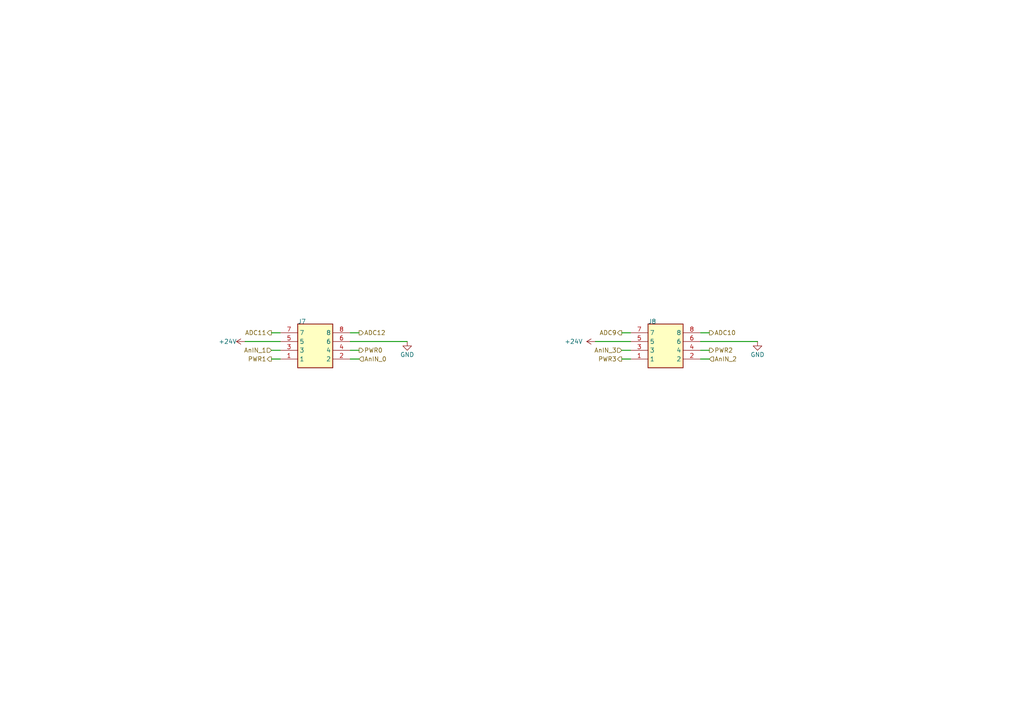
<source format=kicad_sch>
(kicad_sch
	(version 20231120)
	(generator "eeschema")
	(generator_version "8.0")
	(uuid "b5af7089-d9c4-4992-8c44-40b23dc81667")
	(paper "A4")
	(title_block
		(title "Additional Connections for Filters")
		(rev "1")
	)
	(lib_symbols
		(symbol "Untitled-altium-import:root_0_HLE-104-02-L-DV-BE-A-P-TR"
			(exclude_from_sim no)
			(in_bom yes)
			(on_board yes)
			(property "Reference" ""
				(at 0 0 0)
				(effects
					(font
						(size 1.27 1.27)
					)
				)
			)
			(property "Value" ""
				(at 0 0 0)
				(effects
					(font
						(size 1.27 1.27)
					)
				)
			)
			(property "Footprint" ""
				(at 0 0 0)
				(effects
					(font
						(size 1.27 1.27)
					)
					(hide yes)
				)
			)
			(property "Datasheet" ""
				(at 0 0 0)
				(effects
					(font
						(size 1.27 1.27)
					)
					(hide yes)
				)
			)
			(property "Description" "Connector"
				(at 0 0 0)
				(effects
					(font
						(size 1.27 1.27)
					)
					(hide yes)
				)
			)
			(property "ki_fp_filters" "C:_Users_Public_Documents_Altium_PCB_Project_SamacSys.PcbLib_HLE-104-02-XXX-DV-BE-A-P-TR"
				(at 0 0 0)
				(effects
					(font
						(size 1.27 1.27)
					)
					(hide yes)
				)
			)
			(symbol "root_0_HLE-104-02-L-DV-BE-A-P-TR_1_0"
				(rectangle
					(start 15.24 2.54)
					(end 5.08 -10.16)
					(stroke
						(width 0.254)
						(type solid)
					)
					(fill
						(type background)
					)
				)
				(pin passive line
					(at 0 -7.62 0)
					(length 5.08)
					(name "1"
						(effects
							(font
								(size 1.27 1.27)
							)
						)
					)
					(number "1"
						(effects
							(font
								(size 1.27 1.27)
							)
						)
					)
				)
				(pin passive line
					(at 20.32 -7.62 180)
					(length 5.08)
					(name "2"
						(effects
							(font
								(size 1.27 1.27)
							)
						)
					)
					(number "2"
						(effects
							(font
								(size 1.27 1.27)
							)
						)
					)
				)
				(pin passive line
					(at 0 -5.08 0)
					(length 5.08)
					(name "3"
						(effects
							(font
								(size 1.27 1.27)
							)
						)
					)
					(number "3"
						(effects
							(font
								(size 1.27 1.27)
							)
						)
					)
				)
				(pin passive line
					(at 20.32 -5.08 180)
					(length 5.08)
					(name "4"
						(effects
							(font
								(size 1.27 1.27)
							)
						)
					)
					(number "4"
						(effects
							(font
								(size 1.27 1.27)
							)
						)
					)
				)
				(pin passive line
					(at 0 -2.54 0)
					(length 5.08)
					(name "5"
						(effects
							(font
								(size 1.27 1.27)
							)
						)
					)
					(number "5"
						(effects
							(font
								(size 1.27 1.27)
							)
						)
					)
				)
				(pin passive line
					(at 20.32 -2.54 180)
					(length 5.08)
					(name "6"
						(effects
							(font
								(size 1.27 1.27)
							)
						)
					)
					(number "6"
						(effects
							(font
								(size 1.27 1.27)
							)
						)
					)
				)
				(pin passive line
					(at 0 0 0)
					(length 5.08)
					(name "7"
						(effects
							(font
								(size 1.27 1.27)
							)
						)
					)
					(number "7"
						(effects
							(font
								(size 1.27 1.27)
							)
						)
					)
				)
				(pin passive line
					(at 20.32 0 180)
					(length 5.08)
					(name "8"
						(effects
							(font
								(size 1.27 1.27)
							)
						)
					)
					(number "8"
						(effects
							(font
								(size 1.27 1.27)
							)
						)
					)
				)
			)
		)
		(symbol "power:+24V"
			(power)
			(pin_numbers hide)
			(pin_names
				(offset 0) hide)
			(exclude_from_sim no)
			(in_bom yes)
			(on_board yes)
			(property "Reference" "#PWR"
				(at 0 -3.81 0)
				(effects
					(font
						(size 1.27 1.27)
					)
					(hide yes)
				)
			)
			(property "Value" "+24V"
				(at 0 3.556 0)
				(effects
					(font
						(size 1.27 1.27)
					)
				)
			)
			(property "Footprint" ""
				(at 0 0 0)
				(effects
					(font
						(size 1.27 1.27)
					)
					(hide yes)
				)
			)
			(property "Datasheet" ""
				(at 0 0 0)
				(effects
					(font
						(size 1.27 1.27)
					)
					(hide yes)
				)
			)
			(property "Description" "Power symbol creates a global label with name \"+24V\""
				(at 0 0 0)
				(effects
					(font
						(size 1.27 1.27)
					)
					(hide yes)
				)
			)
			(property "ki_keywords" "global power"
				(at 0 0 0)
				(effects
					(font
						(size 1.27 1.27)
					)
					(hide yes)
				)
			)
			(symbol "+24V_0_1"
				(polyline
					(pts
						(xy -0.762 1.27) (xy 0 2.54)
					)
					(stroke
						(width 0)
						(type default)
					)
					(fill
						(type none)
					)
				)
				(polyline
					(pts
						(xy 0 0) (xy 0 2.54)
					)
					(stroke
						(width 0)
						(type default)
					)
					(fill
						(type none)
					)
				)
				(polyline
					(pts
						(xy 0 2.54) (xy 0.762 1.27)
					)
					(stroke
						(width 0)
						(type default)
					)
					(fill
						(type none)
					)
				)
			)
			(symbol "+24V_1_1"
				(pin power_in line
					(at 0 0 90)
					(length 0)
					(name "~"
						(effects
							(font
								(size 1.27 1.27)
							)
						)
					)
					(number "1"
						(effects
							(font
								(size 1.27 1.27)
							)
						)
					)
				)
			)
		)
		(symbol "power:GND"
			(power)
			(pin_numbers hide)
			(pin_names
				(offset 0) hide)
			(exclude_from_sim no)
			(in_bom yes)
			(on_board yes)
			(property "Reference" "#PWR"
				(at 0 -6.35 0)
				(effects
					(font
						(size 1.27 1.27)
					)
					(hide yes)
				)
			)
			(property "Value" "GND"
				(at 0 -3.81 0)
				(effects
					(font
						(size 1.27 1.27)
					)
				)
			)
			(property "Footprint" ""
				(at 0 0 0)
				(effects
					(font
						(size 1.27 1.27)
					)
					(hide yes)
				)
			)
			(property "Datasheet" ""
				(at 0 0 0)
				(effects
					(font
						(size 1.27 1.27)
					)
					(hide yes)
				)
			)
			(property "Description" "Power symbol creates a global label with name \"GND\" , ground"
				(at 0 0 0)
				(effects
					(font
						(size 1.27 1.27)
					)
					(hide yes)
				)
			)
			(property "ki_keywords" "global power"
				(at 0 0 0)
				(effects
					(font
						(size 1.27 1.27)
					)
					(hide yes)
				)
			)
			(symbol "GND_0_1"
				(polyline
					(pts
						(xy 0 0) (xy 0 -1.27) (xy 1.27 -1.27) (xy 0 -2.54) (xy -1.27 -1.27) (xy 0 -1.27)
					)
					(stroke
						(width 0)
						(type default)
					)
					(fill
						(type none)
					)
				)
			)
			(symbol "GND_1_1"
				(pin power_in line
					(at 0 0 270)
					(length 0)
					(name "~"
						(effects
							(font
								(size 1.27 1.27)
							)
						)
					)
					(number "1"
						(effects
							(font
								(size 1.27 1.27)
							)
						)
					)
				)
			)
		)
	)
	(wire
		(pts
			(xy 203.2 96.52) (xy 205.74 96.52)
		)
		(stroke
			(width 0.254)
			(type default)
		)
		(uuid "03ec969b-d975-4524-b9cb-e4575adb99a8")
	)
	(wire
		(pts
			(xy 205.74 101.6) (xy 203.2 101.6)
		)
		(stroke
			(width 0.254)
			(type default)
		)
		(uuid "0ae7932f-52b9-4931-9f89-5592a1efa4bf")
	)
	(wire
		(pts
			(xy 81.28 104.14) (xy 78.74 104.14)
		)
		(stroke
			(width 0.254)
			(type default)
		)
		(uuid "236cf9b1-f976-4ad3-9590-c7dd85c24964")
	)
	(wire
		(pts
			(xy 172.72 99.06) (xy 182.88 99.06)
		)
		(stroke
			(width 0.254)
			(type default)
		)
		(uuid "296c1d76-8cb7-4f46-8fa6-0f1d64c63af7")
	)
	(wire
		(pts
			(xy 81.28 96.52) (xy 78.74 96.52)
		)
		(stroke
			(width 0.254)
			(type default)
		)
		(uuid "32c0b3dc-57df-4720-83bd-78b153a5323e")
	)
	(wire
		(pts
			(xy 205.74 104.14) (xy 203.2 104.14)
		)
		(stroke
			(width 0.254)
			(type default)
		)
		(uuid "3c035370-6685-42ec-b391-4a2390436644")
	)
	(wire
		(pts
			(xy 78.74 101.6) (xy 81.28 101.6)
		)
		(stroke
			(width 0.254)
			(type default)
		)
		(uuid "4ff5cbbf-0171-4179-88eb-6b3b05bcab6b")
	)
	(wire
		(pts
			(xy 71.12 99.06) (xy 81.28 99.06)
		)
		(stroke
			(width 0.254)
			(type default)
		)
		(uuid "579a57e8-2674-4b10-9a90-894bf47bfbc8")
	)
	(wire
		(pts
			(xy 101.6 99.06) (xy 118.11 99.06)
		)
		(stroke
			(width 0.254)
			(type default)
		)
		(uuid "70743722-7a29-46ec-b761-8bad6897547e")
	)
	(wire
		(pts
			(xy 104.14 104.14) (xy 101.6 104.14)
		)
		(stroke
			(width 0.254)
			(type default)
		)
		(uuid "7e1f1a54-c931-47e5-b17e-f1b89c09d2d6")
	)
	(wire
		(pts
			(xy 182.88 104.14) (xy 180.34 104.14)
		)
		(stroke
			(width 0.254)
			(type default)
		)
		(uuid "89dbc64d-ffb6-4930-8d4e-dc8d74d14a23")
	)
	(wire
		(pts
			(xy 203.2 99.06) (xy 219.71 99.06)
		)
		(stroke
			(width 0.254)
			(type default)
		)
		(uuid "9e2906d6-6dea-4e98-abab-bb4fd7ab748d")
	)
	(wire
		(pts
			(xy 180.34 101.6) (xy 182.88 101.6)
		)
		(stroke
			(width 0.254)
			(type default)
		)
		(uuid "a8002041-c049-4fb3-a89d-4a4f00a71b68")
	)
	(wire
		(pts
			(xy 101.6 96.52) (xy 104.14 96.52)
		)
		(stroke
			(width 0.254)
			(type default)
		)
		(uuid "b2acb4c4-d998-4ac4-9176-75efdd7ed6b2")
	)
	(wire
		(pts
			(xy 104.14 101.6) (xy 101.6 101.6)
		)
		(stroke
			(width 0.254)
			(type default)
		)
		(uuid "c2ce7827-afd6-4480-a626-9d1483d3c6c9")
	)
	(wire
		(pts
			(xy 180.34 96.52) (xy 182.88 96.52)
		)
		(stroke
			(width 0.254)
			(type default)
		)
		(uuid "d76e3be1-779c-43d4-9414-134f24a275c9")
	)
	(hierarchical_label "PWR2"
		(shape output)
		(at 205.74 101.6 0)
		(fields_autoplaced yes)
		(effects
			(font
				(size 1.27 1.27)
			)
			(justify left)
		)
		(uuid "02c1ef99-eafc-41b7-9393-0584e17f1e4d")
	)
	(hierarchical_label "ADC10"
		(shape output)
		(at 205.74 96.52 0)
		(fields_autoplaced yes)
		(effects
			(font
				(size 1.27 1.27)
			)
			(justify left)
		)
		(uuid "03fc84f0-0588-4d81-85e0-484f468d341b")
	)
	(hierarchical_label "PWR0"
		(shape output)
		(at 104.14 101.6 0)
		(fields_autoplaced yes)
		(effects
			(font
				(size 1.27 1.27)
			)
			(justify left)
		)
		(uuid "096e0e9d-b3c5-4415-b51c-fda89dcdfbfd")
	)
	(hierarchical_label "ADC12"
		(shape output)
		(at 104.14 96.52 0)
		(fields_autoplaced yes)
		(effects
			(font
				(size 1.27 1.27)
			)
			(justify left)
		)
		(uuid "5d783bf8-5791-4ed0-b230-23427ed94c6b")
	)
	(hierarchical_label "AnIN_3"
		(shape input)
		(at 180.34 101.6 180)
		(fields_autoplaced yes)
		(effects
			(font
				(size 1.27 1.27)
			)
			(justify right)
		)
		(uuid "6e73f397-3c66-4a41-aafa-fd371191845d")
	)
	(hierarchical_label "PWR1"
		(shape output)
		(at 78.74 104.14 180)
		(fields_autoplaced yes)
		(effects
			(font
				(size 1.27 1.27)
			)
			(justify right)
		)
		(uuid "6ec96b7c-e239-46d2-b101-c9bdc24ba354")
	)
	(hierarchical_label "ADC11"
		(shape output)
		(at 78.74 96.52 180)
		(fields_autoplaced yes)
		(effects
			(font
				(size 1.27 1.27)
			)
			(justify right)
		)
		(uuid "6f3ceabc-759a-493b-b24e-54287100d9d9")
	)
	(hierarchical_label "AnIN_2"
		(shape input)
		(at 205.74 104.14 0)
		(fields_autoplaced yes)
		(effects
			(font
				(size 1.27 1.27)
			)
			(justify left)
		)
		(uuid "7b00bd16-106d-4ae4-a0aa-92894d8324e4")
	)
	(hierarchical_label "AnIN_1"
		(shape input)
		(at 78.74 101.6 180)
		(fields_autoplaced yes)
		(effects
			(font
				(size 1.27 1.27)
			)
			(justify right)
		)
		(uuid "8688e8d7-c447-4d7b-8a77-fb62df5364d0")
	)
	(hierarchical_label "PWR3"
		(shape output)
		(at 180.34 104.14 180)
		(fields_autoplaced yes)
		(effects
			(font
				(size 1.27 1.27)
			)
			(justify right)
		)
		(uuid "9aa4a1a4-548d-498f-9c80-982f65d7d56a")
	)
	(hierarchical_label "ADC9"
		(shape output)
		(at 180.34 96.52 180)
		(fields_autoplaced yes)
		(effects
			(font
				(size 1.27 1.27)
			)
			(justify right)
		)
		(uuid "e5446b0e-d1e1-4682-ab85-bcaca93477d9")
	)
	(hierarchical_label "AnIN_0"
		(shape input)
		(at 104.14 104.14 0)
		(fields_autoplaced yes)
		(effects
			(font
				(size 1.27 1.27)
			)
			(justify left)
		)
		(uuid "eed89144-1559-4242-8ca6-f2f886fc407b")
	)
	(symbol
		(lib_id "power:GND")
		(at 118.11 99.06 0)
		(unit 1)
		(exclude_from_sim no)
		(in_bom yes)
		(on_board yes)
		(dnp no)
		(uuid "26ed850c-d475-42d7-b740-9b9f220d3c36")
		(property "Reference" "#PWR0323"
			(at 118.11 105.41 0)
			(effects
				(font
					(size 1.27 1.27)
				)
				(hide yes)
			)
		)
		(property "Value" "GND"
			(at 118.11 102.87 0)
			(effects
				(font
					(size 1.27 1.27)
				)
			)
		)
		(property "Footprint" ""
			(at 118.11 99.06 0)
			(effects
				(font
					(size 1.27 1.27)
				)
				(hide yes)
			)
		)
		(property "Datasheet" ""
			(at 118.11 99.06 0)
			(effects
				(font
					(size 1.27 1.27)
				)
				(hide yes)
			)
		)
		(property "Description" "Power symbol creates a global label with name \"GND\" , ground"
			(at 118.11 99.06 0)
			(effects
				(font
					(size 1.27 1.27)
				)
				(hide yes)
			)
		)
		(pin "1"
			(uuid "4938700f-1a81-48a6-9715-0d6bb8e232b2")
		)
		(instances
			(project "Nodes"
				(path "/7f1aa41b-970a-42cc-8701-1d90e3bd89a6/7d82bd19-4de3-497f-a840-7872f07b0c7c/8b6b41bb-4234-4f84-8d32-39039b2989ac"
					(reference "#PWR0323")
					(unit 1)
				)
			)
			(project "Untitled"
				(path "/b5af7089-d9c4-4992-8c44-40b23dc81667"
					(reference "#PWR?")
					(unit 1)
				)
			)
		)
	)
	(symbol
		(lib_id "Untitled-altium-import:root_0_HLE-104-02-L-DV-BE-A-P-TR")
		(at 81.28 96.52 0)
		(unit 1)
		(exclude_from_sim no)
		(in_bom yes)
		(on_board yes)
		(dnp no)
		(uuid "57877ec9-e352-4bab-9157-489987882e09")
		(property "Reference" "J7"
			(at 86.36 93.98 0)
			(effects
				(font
					(size 1.27 1.27)
				)
				(justify left bottom)
			)
		)
		(property "Value" "HLE-104-02-L-DV-BE-A-P-TR"
			(at 86.36 109.22 0)
			(effects
				(font
					(size 1.27 1.27)
				)
				(justify left bottom)
				(hide yes)
			)
		)
		(property "Footprint" "SamacSys.PcbLib:HLE-104-02-XXX-DV-BE-A-P-TR"
			(at 81.28 96.52 0)
			(effects
				(font
					(size 1.27 1.27)
				)
				(hide yes)
			)
		)
		(property "Datasheet" ""
			(at 81.28 96.52 0)
			(effects
				(font
					(size 1.27 1.27)
				)
				(hide yes)
			)
		)
		(property "Description" ""
			(at 81.28 96.52 0)
			(effects
				(font
					(size 1.27 1.27)
				)
				(hide yes)
			)
		)
		(property "DATASHEET LINK" "http://suddendocs.samtec.com/prints/hle-1xx-02-xxx-dv-xx-xx-xx-mkt.pdf"
			(at 80.772 93.98 0)
			(effects
				(font
					(size 1.27 1.27)
				)
				(justify left bottom)
				(hide yes)
			)
		)
		(property "MANUFACTURER_NAME" "SAMTEC"
			(at 80.772 93.98 0)
			(effects
				(font
					(size 1.27 1.27)
				)
				(justify left bottom)
				(hide yes)
			)
		)
		(property "MANUFACTURER_PART_NUMBER" "HLE-104-02-L-DV-BE-A-P-TR"
			(at 80.772 93.98 0)
			(effects
				(font
					(size 1.27 1.27)
				)
				(justify left bottom)
				(hide yes)
			)
		)
		(property "MOUSER PART NUMBER" ""
			(at 80.772 93.98 0)
			(effects
				(font
					(size 1.27 1.27)
				)
				(justify left bottom)
				(hide yes)
			)
		)
		(property "MOUSER PRICE/STOCK" ""
			(at 80.772 93.98 0)
			(effects
				(font
					(size 1.27 1.27)
				)
				(justify left bottom)
				(hide yes)
			)
		)
		(property "ARROW PART NUMBER" "HLE-104-02-L-DV-BE-A-P-TR"
			(at 80.772 93.98 0)
			(effects
				(font
					(size 1.27 1.27)
				)
				(justify left bottom)
				(hide yes)
			)
		)
		(property "ARROW PRICE/STOCK" "https://www.arrow.com/en/products/hle-104-02-l-dv-be-a-p-tr/samtec"
			(at 80.772 93.98 0)
			(effects
				(font
					(size 1.27 1.27)
				)
				(justify left bottom)
				(hide yes)
			)
		)
		(pin "1"
			(uuid "4c0e4c54-2a1b-459a-8226-c5a9eccd988e")
		)
		(pin "2"
			(uuid "dd960cc3-ebfd-4643-a45c-bd41d1ad287b")
		)
		(pin "3"
			(uuid "5b977c7f-1ef8-4580-9315-847a58163896")
		)
		(pin "4"
			(uuid "3c0d75a0-0138-4f5a-9a5b-4de92acb9bef")
		)
		(pin "5"
			(uuid "98d7ae7e-e7ba-4025-9d61-d81825eac751")
		)
		(pin "6"
			(uuid "cc39e15e-e9d7-423f-a09e-f47af06caefb")
		)
		(pin "7"
			(uuid "d7918126-6e16-4a84-af7e-a0579541bc86")
		)
		(pin "8"
			(uuid "e2858be1-45be-4344-b360-d67e5c08cecc")
		)
		(instances
			(project "Nodes"
				(path "/7f1aa41b-970a-42cc-8701-1d90e3bd89a6/7d82bd19-4de3-497f-a840-7872f07b0c7c/8b6b41bb-4234-4f84-8d32-39039b2989ac"
					(reference "J7")
					(unit 1)
				)
			)
			(project "Untitled"
				(path "/b5af7089-d9c4-4992-8c44-40b23dc81667"
					(reference "J7")
					(unit 1)
				)
			)
		)
	)
	(symbol
		(lib_id "Untitled-altium-import:root_0_HLE-104-02-L-DV-BE-A-P-TR")
		(at 182.88 96.52 0)
		(unit 1)
		(exclude_from_sim no)
		(in_bom yes)
		(on_board yes)
		(dnp no)
		(uuid "8a5fb1d7-bbc9-470d-9f8d-c8054a7a0e74")
		(property "Reference" "J8"
			(at 187.96 93.98 0)
			(effects
				(font
					(size 1.27 1.27)
				)
				(justify left bottom)
			)
		)
		(property "Value" "HLE-104-02-L-DV-BE-A-P-TR"
			(at 187.96 109.22 0)
			(effects
				(font
					(size 1.27 1.27)
				)
				(justify left bottom)
				(hide yes)
			)
		)
		(property "Footprint" "SamacSys.PcbLib:HLE-104-02-XXX-DV-BE-A-P-TR"
			(at 182.88 96.52 0)
			(effects
				(font
					(size 1.27 1.27)
				)
				(hide yes)
			)
		)
		(property "Datasheet" ""
			(at 182.88 96.52 0)
			(effects
				(font
					(size 1.27 1.27)
				)
				(hide yes)
			)
		)
		(property "Description" ""
			(at 182.88 96.52 0)
			(effects
				(font
					(size 1.27 1.27)
				)
				(hide yes)
			)
		)
		(property "DATASHEET LINK" "http://suddendocs.samtec.com/prints/hle-1xx-02-xxx-dv-xx-xx-xx-mkt.pdf"
			(at 182.372 93.98 0)
			(effects
				(font
					(size 1.27 1.27)
				)
				(justify left bottom)
				(hide yes)
			)
		)
		(property "MANUFACTURER_NAME" "SAMTEC"
			(at 182.372 93.98 0)
			(effects
				(font
					(size 1.27 1.27)
				)
				(justify left bottom)
				(hide yes)
			)
		)
		(property "MANUFACTURER_PART_NUMBER" "HLE-104-02-L-DV-BE-A-P-TR"
			(at 182.372 93.98 0)
			(effects
				(font
					(size 1.27 1.27)
				)
				(justify left bottom)
				(hide yes)
			)
		)
		(property "MOUSER PART NUMBER" ""
			(at 182.372 93.98 0)
			(effects
				(font
					(size 1.27 1.27)
				)
				(justify left bottom)
				(hide yes)
			)
		)
		(property "MOUSER PRICE/STOCK" ""
			(at 182.372 93.98 0)
			(effects
				(font
					(size 1.27 1.27)
				)
				(justify left bottom)
				(hide yes)
			)
		)
		(property "ARROW PART NUMBER" "HLE-104-02-L-DV-BE-A-P-TR"
			(at 182.372 93.98 0)
			(effects
				(font
					(size 1.27 1.27)
				)
				(justify left bottom)
				(hide yes)
			)
		)
		(property "ARROW PRICE/STOCK" "https://www.arrow.com/en/products/hle-104-02-l-dv-be-a-p-tr/samtec"
			(at 182.372 93.98 0)
			(effects
				(font
					(size 1.27 1.27)
				)
				(justify left bottom)
				(hide yes)
			)
		)
		(pin "1"
			(uuid "296aa725-9f8d-402e-b328-317d6e4e5c76")
		)
		(pin "2"
			(uuid "dd9e7155-0568-4374-a18b-f7ed1a7a85c3")
		)
		(pin "3"
			(uuid "da843c1d-ab53-4aae-9e13-a48fb1d04fc3")
		)
		(pin "4"
			(uuid "18ea9635-ad2f-4420-85b7-1b0d973a0c1b")
		)
		(pin "5"
			(uuid "c5d98c29-a3df-408f-b117-456571a3b74d")
		)
		(pin "6"
			(uuid "c01fa94e-0d45-4c37-8847-e90a8df05277")
		)
		(pin "7"
			(uuid "23567f9a-9be8-4fd7-b44a-7fd410b9f6ab")
		)
		(pin "8"
			(uuid "ecd145a5-b59e-4570-804a-be0570d00ef3")
		)
		(instances
			(project "Nodes"
				(path "/7f1aa41b-970a-42cc-8701-1d90e3bd89a6/7d82bd19-4de3-497f-a840-7872f07b0c7c/8b6b41bb-4234-4f84-8d32-39039b2989ac"
					(reference "J8")
					(unit 1)
				)
			)
			(project "Untitled"
				(path "/b5af7089-d9c4-4992-8c44-40b23dc81667"
					(reference "J8")
					(unit 1)
				)
			)
		)
	)
	(symbol
		(lib_id "power:+24V")
		(at 71.12 99.06 90)
		(unit 1)
		(exclude_from_sim no)
		(in_bom yes)
		(on_board yes)
		(dnp no)
		(uuid "d63a67d3-6f85-458f-a86f-059f3adb33f2")
		(property "Reference" "#PWR0309"
			(at 74.93 99.06 0)
			(effects
				(font
					(size 1.27 1.27)
				)
				(hide yes)
			)
		)
		(property "Value" "+24V"
			(at 66.04 99.06 90)
			(effects
				(font
					(size 1.27 1.27)
				)
			)
		)
		(property "Footprint" ""
			(at 71.12 99.06 0)
			(effects
				(font
					(size 1.27 1.27)
				)
				(hide yes)
			)
		)
		(property "Datasheet" ""
			(at 71.12 99.06 0)
			(effects
				(font
					(size 1.27 1.27)
				)
				(hide yes)
			)
		)
		(property "Description" "Power symbol creates a global label with name \"+24V\""
			(at 71.12 99.06 0)
			(effects
				(font
					(size 1.27 1.27)
				)
				(hide yes)
			)
		)
		(pin "1"
			(uuid "268adecf-c4e2-47b1-a0cd-a323d0c36694")
		)
		(instances
			(project "Nodes"
				(path "/7f1aa41b-970a-42cc-8701-1d90e3bd89a6/7d82bd19-4de3-497f-a840-7872f07b0c7c/8b6b41bb-4234-4f84-8d32-39039b2989ac"
					(reference "#PWR0309")
					(unit 1)
				)
			)
			(project "Untitled"
				(path "/b5af7089-d9c4-4992-8c44-40b23dc81667"
					(reference "#PWR?")
					(unit 1)
				)
			)
		)
	)
	(symbol
		(lib_id "power:+24V")
		(at 172.72 99.06 90)
		(unit 1)
		(exclude_from_sim no)
		(in_bom yes)
		(on_board yes)
		(dnp no)
		(uuid "ebd89c1f-0343-46e5-a2e0-c7985b98ad6e")
		(property "Reference" "#PWR0308"
			(at 176.53 99.06 0)
			(effects
				(font
					(size 1.27 1.27)
				)
				(hide yes)
			)
		)
		(property "Value" "+24V"
			(at 166.37 99.06 90)
			(effects
				(font
					(size 1.27 1.27)
				)
			)
		)
		(property "Footprint" ""
			(at 172.72 99.06 0)
			(effects
				(font
					(size 1.27 1.27)
				)
				(hide yes)
			)
		)
		(property "Datasheet" ""
			(at 172.72 99.06 0)
			(effects
				(font
					(size 1.27 1.27)
				)
				(hide yes)
			)
		)
		(property "Description" "Power symbol creates a global label with name \"+24V\""
			(at 172.72 99.06 0)
			(effects
				(font
					(size 1.27 1.27)
				)
				(hide yes)
			)
		)
		(pin "1"
			(uuid "5949a304-4459-4ffa-8b13-a999a8a588b4")
		)
		(instances
			(project "Nodes"
				(path "/7f1aa41b-970a-42cc-8701-1d90e3bd89a6/7d82bd19-4de3-497f-a840-7872f07b0c7c/8b6b41bb-4234-4f84-8d32-39039b2989ac"
					(reference "#PWR0308")
					(unit 1)
				)
			)
			(project "Untitled"
				(path "/b5af7089-d9c4-4992-8c44-40b23dc81667"
					(reference "#PWR?")
					(unit 1)
				)
			)
		)
	)
	(symbol
		(lib_id "power:GND")
		(at 219.71 99.06 0)
		(unit 1)
		(exclude_from_sim no)
		(in_bom yes)
		(on_board yes)
		(dnp no)
		(uuid "f1f1814c-a364-4a4c-9404-a5200f3fbba3")
		(property "Reference" "#PWR0322"
			(at 219.71 105.41 0)
			(effects
				(font
					(size 1.27 1.27)
				)
				(hide yes)
			)
		)
		(property "Value" "GND"
			(at 219.71 102.87 0)
			(effects
				(font
					(size 1.27 1.27)
				)
			)
		)
		(property "Footprint" ""
			(at 219.71 99.06 0)
			(effects
				(font
					(size 1.27 1.27)
				)
				(hide yes)
			)
		)
		(property "Datasheet" ""
			(at 219.71 99.06 0)
			(effects
				(font
					(size 1.27 1.27)
				)
				(hide yes)
			)
		)
		(property "Description" "Power symbol creates a global label with name \"GND\" , ground"
			(at 219.71 99.06 0)
			(effects
				(font
					(size 1.27 1.27)
				)
				(hide yes)
			)
		)
		(pin "1"
			(uuid "6e1c7fc4-09af-463f-a7de-33810104a997")
		)
		(instances
			(project "Nodes"
				(path "/7f1aa41b-970a-42cc-8701-1d90e3bd89a6/7d82bd19-4de3-497f-a840-7872f07b0c7c/8b6b41bb-4234-4f84-8d32-39039b2989ac"
					(reference "#PWR0322")
					(unit 1)
				)
			)
			(project "Untitled"
				(path "/b5af7089-d9c4-4992-8c44-40b23dc81667"
					(reference "#PWR?")
					(unit 1)
				)
			)
		)
	)
	(sheet_instances
		(path "/"
			(page "7")
		)
	)
)

</source>
